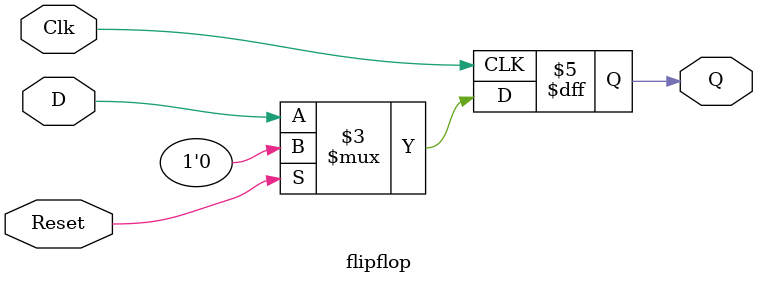
<source format=sv>
module flipflop(
	input 	logic D,
	input 	logic Clk, Reset,
	output 	logic Q
);

    always_ff @ (posedge Clk)
	 begin
		if(Reset)
			Q <= 1'b0;
		else
			Q <= D;
	 end

endmodule 
</source>
